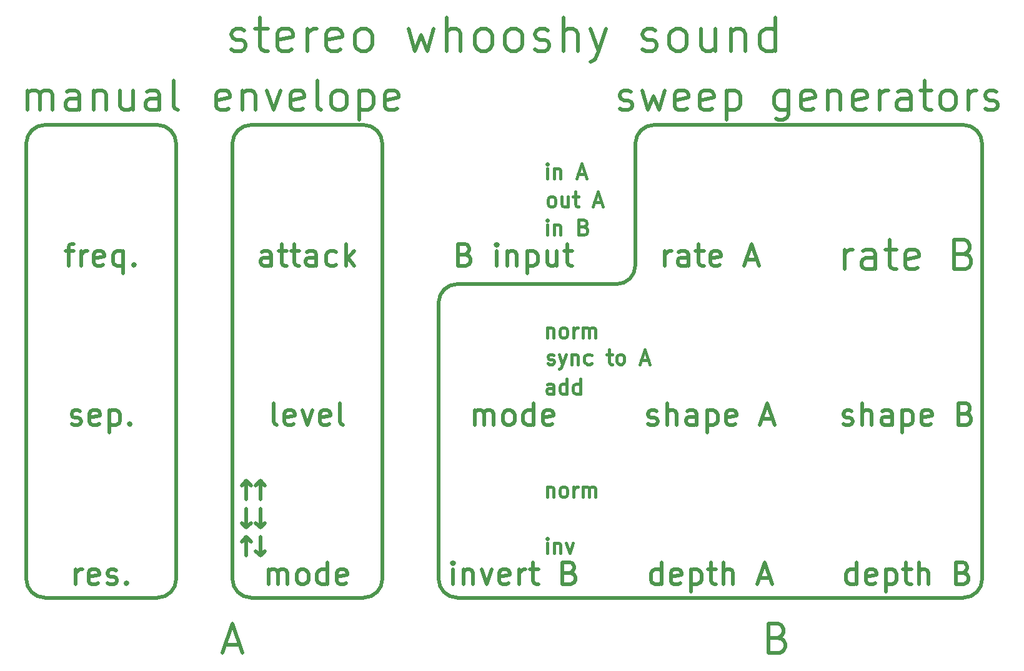
<source format=gto>
G04 #@! TF.GenerationSoftware,KiCad,Pcbnew,5.1.12-84ad8e8a86~92~ubuntu20.04.1*
G04 #@! TF.CreationDate,2021-12-25T09:30:33-05:00*
G04 #@! TF.ProjectId,stereo_whooshy_sound_front_panel,73746572-656f-45f7-9768-6f6f7368795f,0*
G04 #@! TF.SameCoordinates,Original*
G04 #@! TF.FileFunction,Legend,Top*
G04 #@! TF.FilePolarity,Positive*
%FSLAX46Y46*%
G04 Gerber Fmt 4.6, Leading zero omitted, Abs format (unit mm)*
G04 Created by KiCad (PCBNEW 5.1.12-84ad8e8a86~92~ubuntu20.04.1) date 2021-12-25 09:30:33*
%MOMM*%
%LPD*%
G01*
G04 APERTURE LIST*
%ADD10C,0.500000*%
%ADD11C,0.400000*%
%ADD12C,0.800000*%
%ADD13C,6.400000*%
G04 APERTURE END LIST*
D10*
X135255000Y-88265000D02*
G75*
G02*
X132715000Y-90805000I-2540000J0D01*
G01*
X132715000Y-26670000D02*
G75*
G02*
X135255000Y-29210000I0J-2540000D01*
G01*
X88265000Y-29210000D02*
G75*
G02*
X90805000Y-26670000I2540000J0D01*
G01*
X88265000Y-45720000D02*
G75*
G02*
X85725000Y-48260000I-2540000J0D01*
G01*
X61595000Y-50800000D02*
G75*
G02*
X64135000Y-48260000I2540000J0D01*
G01*
X51435000Y-26670000D02*
G75*
G02*
X53975000Y-29210000I0J-2540000D01*
G01*
X64135000Y-90805000D02*
G75*
G02*
X61595000Y-88265000I0J2540000D01*
G01*
X53975000Y-88265000D02*
G75*
G02*
X51435000Y-90805000I-2540000J0D01*
G01*
X36195000Y-90805000D02*
G75*
G02*
X33655000Y-88265000I0J2540000D01*
G01*
X26035000Y-88265000D02*
G75*
G02*
X23495000Y-90805000I-2540000J0D01*
G01*
X8255000Y-90805000D02*
G75*
G02*
X5715000Y-88265000I0J2540000D01*
G01*
X33655000Y-29210000D02*
G75*
G02*
X36195000Y-26670000I2540000J0D01*
G01*
X23495000Y-26670000D02*
G75*
G02*
X26035000Y-29210000I0J-2540000D01*
G01*
X5715000Y-29210000D02*
G75*
G02*
X8255000Y-26670000I2540000J0D01*
G01*
X132715000Y-90805000D02*
X64135000Y-90805000D01*
X135255000Y-29210000D02*
X135255000Y-88265000D01*
X90805000Y-26670000D02*
X132715000Y-26670000D01*
X88265000Y-29210000D02*
X88265000Y-45720000D01*
X64135000Y-48260000D02*
X85725000Y-48260000D01*
X61595000Y-50800000D02*
X61595000Y-88265000D01*
X51435000Y-90805000D02*
X36195000Y-90805000D01*
X23495000Y-90805000D02*
X8255000Y-90805000D01*
X51435000Y-26670000D02*
X36195000Y-26670000D01*
X53975000Y-29210000D02*
X53975000Y-88265000D01*
X33655000Y-29210000D02*
X33655000Y-88265000D01*
X5715000Y-29210000D02*
X5715000Y-88265000D01*
X26035000Y-29210000D02*
X26035000Y-88265000D01*
X23495000Y-26670000D02*
X8255000Y-26670000D01*
X107600714Y-96234285D02*
X108172142Y-96424761D01*
X108362619Y-96615238D01*
X108553095Y-96996190D01*
X108553095Y-97567619D01*
X108362619Y-97948571D01*
X108172142Y-98139047D01*
X107791190Y-98329523D01*
X106267380Y-98329523D01*
X106267380Y-94329523D01*
X107600714Y-94329523D01*
X107981666Y-94520000D01*
X108172142Y-94710476D01*
X108362619Y-95091428D01*
X108362619Y-95472380D01*
X108172142Y-95853333D01*
X107981666Y-96043809D01*
X107600714Y-96234285D01*
X106267380Y-96234285D01*
X32702619Y-97186666D02*
X34607380Y-97186666D01*
X32321666Y-98329523D02*
X33655000Y-94329523D01*
X34988333Y-98329523D01*
D11*
X76776904Y-37734761D02*
X76586428Y-37639523D01*
X76491190Y-37544285D01*
X76395952Y-37353809D01*
X76395952Y-36782380D01*
X76491190Y-36591904D01*
X76586428Y-36496666D01*
X76776904Y-36401428D01*
X77062619Y-36401428D01*
X77253095Y-36496666D01*
X77348333Y-36591904D01*
X77443571Y-36782380D01*
X77443571Y-37353809D01*
X77348333Y-37544285D01*
X77253095Y-37639523D01*
X77062619Y-37734761D01*
X76776904Y-37734761D01*
X79157857Y-36401428D02*
X79157857Y-37734761D01*
X78300714Y-36401428D02*
X78300714Y-37449047D01*
X78395952Y-37639523D01*
X78586428Y-37734761D01*
X78872142Y-37734761D01*
X79062619Y-37639523D01*
X79157857Y-37544285D01*
X79824523Y-36401428D02*
X80586428Y-36401428D01*
X80110238Y-35734761D02*
X80110238Y-37449047D01*
X80205476Y-37639523D01*
X80395952Y-37734761D01*
X80586428Y-37734761D01*
X82681666Y-37163333D02*
X83634047Y-37163333D01*
X82491190Y-37734761D02*
X83157857Y-35734761D01*
X83824523Y-37734761D01*
X76301190Y-33924761D02*
X76301190Y-32591428D01*
X76301190Y-31924761D02*
X76205952Y-32020000D01*
X76301190Y-32115238D01*
X76396428Y-32020000D01*
X76301190Y-31924761D01*
X76301190Y-32115238D01*
X77253571Y-32591428D02*
X77253571Y-33924761D01*
X77253571Y-32781904D02*
X77348809Y-32686666D01*
X77539285Y-32591428D01*
X77825000Y-32591428D01*
X78015476Y-32686666D01*
X78110714Y-32877142D01*
X78110714Y-33924761D01*
X80491666Y-33353333D02*
X81444047Y-33353333D01*
X80301190Y-33924761D02*
X80967857Y-31924761D01*
X81634523Y-33924761D01*
X76301190Y-41544761D02*
X76301190Y-40211428D01*
X76301190Y-39544761D02*
X76205952Y-39640000D01*
X76301190Y-39735238D01*
X76396428Y-39640000D01*
X76301190Y-39544761D01*
X76301190Y-39735238D01*
X77253571Y-40211428D02*
X77253571Y-41544761D01*
X77253571Y-40401904D02*
X77348809Y-40306666D01*
X77539285Y-40211428D01*
X77825000Y-40211428D01*
X78015476Y-40306666D01*
X78110714Y-40497142D01*
X78110714Y-41544761D01*
X81253571Y-40497142D02*
X81539285Y-40592380D01*
X81634523Y-40687619D01*
X81729761Y-40878095D01*
X81729761Y-41163809D01*
X81634523Y-41354285D01*
X81539285Y-41449523D01*
X81348809Y-41544761D01*
X80586904Y-41544761D01*
X80586904Y-39544761D01*
X81253571Y-39544761D01*
X81444047Y-39640000D01*
X81539285Y-39735238D01*
X81634523Y-39925714D01*
X81634523Y-40116190D01*
X81539285Y-40306666D01*
X81444047Y-40401904D01*
X81253571Y-40497142D01*
X80586904Y-40497142D01*
D10*
X65183571Y-44235714D02*
X65612142Y-44378571D01*
X65755000Y-44521428D01*
X65897857Y-44807142D01*
X65897857Y-45235714D01*
X65755000Y-45521428D01*
X65612142Y-45664285D01*
X65326428Y-45807142D01*
X64183571Y-45807142D01*
X64183571Y-42807142D01*
X65183571Y-42807142D01*
X65469285Y-42950000D01*
X65612142Y-43092857D01*
X65755000Y-43378571D01*
X65755000Y-43664285D01*
X65612142Y-43950000D01*
X65469285Y-44092857D01*
X65183571Y-44235714D01*
X64183571Y-44235714D01*
X69469285Y-45807142D02*
X69469285Y-43807142D01*
X69469285Y-42807142D02*
X69326428Y-42950000D01*
X69469285Y-43092857D01*
X69612142Y-42950000D01*
X69469285Y-42807142D01*
X69469285Y-43092857D01*
X70897857Y-43807142D02*
X70897857Y-45807142D01*
X70897857Y-44092857D02*
X71040714Y-43950000D01*
X71326428Y-43807142D01*
X71755000Y-43807142D01*
X72040714Y-43950000D01*
X72183571Y-44235714D01*
X72183571Y-45807142D01*
X73612142Y-43807142D02*
X73612142Y-46807142D01*
X73612142Y-43950000D02*
X73897857Y-43807142D01*
X74469285Y-43807142D01*
X74755000Y-43950000D01*
X74897857Y-44092857D01*
X75040714Y-44378571D01*
X75040714Y-45235714D01*
X74897857Y-45521428D01*
X74755000Y-45664285D01*
X74469285Y-45807142D01*
X73897857Y-45807142D01*
X73612142Y-45664285D01*
X77612142Y-43807142D02*
X77612142Y-45807142D01*
X76326428Y-43807142D02*
X76326428Y-45378571D01*
X76469285Y-45664285D01*
X76755000Y-45807142D01*
X77183571Y-45807142D01*
X77469285Y-45664285D01*
X77612142Y-45521428D01*
X78612142Y-43807142D02*
X79755000Y-43807142D01*
X79040714Y-42807142D02*
X79040714Y-45378571D01*
X79183571Y-45664285D01*
X79469285Y-45807142D01*
X79755000Y-45807142D01*
X33520714Y-16426428D02*
X33949285Y-16640714D01*
X34806428Y-16640714D01*
X35234999Y-16426428D01*
X35449285Y-15997857D01*
X35449285Y-15783571D01*
X35234999Y-15355000D01*
X34806428Y-15140714D01*
X34163571Y-15140714D01*
X33734999Y-14926428D01*
X33520714Y-14497857D01*
X33520714Y-14283571D01*
X33734999Y-13855000D01*
X34163571Y-13640714D01*
X34806428Y-13640714D01*
X35234999Y-13855000D01*
X36734999Y-13640714D02*
X38449285Y-13640714D01*
X37377857Y-12140714D02*
X37377857Y-15997857D01*
X37592142Y-16426428D01*
X38020714Y-16640714D01*
X38449285Y-16640714D01*
X41663571Y-16426428D02*
X41234999Y-16640714D01*
X40377857Y-16640714D01*
X39949285Y-16426428D01*
X39734999Y-15997857D01*
X39734999Y-14283571D01*
X39949285Y-13855000D01*
X40377857Y-13640714D01*
X41234999Y-13640714D01*
X41663571Y-13855000D01*
X41877857Y-14283571D01*
X41877857Y-14712142D01*
X39734999Y-15140714D01*
X43806428Y-16640714D02*
X43806428Y-13640714D01*
X43806428Y-14497857D02*
X44020714Y-14069285D01*
X44234999Y-13855000D01*
X44663571Y-13640714D01*
X45092142Y-13640714D01*
X48306428Y-16426428D02*
X47877857Y-16640714D01*
X47020714Y-16640714D01*
X46592142Y-16426428D01*
X46377857Y-15997857D01*
X46377857Y-14283571D01*
X46592142Y-13855000D01*
X47020714Y-13640714D01*
X47877857Y-13640714D01*
X48306428Y-13855000D01*
X48520714Y-14283571D01*
X48520714Y-14712142D01*
X46377857Y-15140714D01*
X51092142Y-16640714D02*
X50663571Y-16426428D01*
X50449285Y-16212142D01*
X50234999Y-15783571D01*
X50234999Y-14497857D01*
X50449285Y-14069285D01*
X50663571Y-13855000D01*
X51092142Y-13640714D01*
X51734999Y-13640714D01*
X52163571Y-13855000D01*
X52377857Y-14069285D01*
X52592142Y-14497857D01*
X52592142Y-15783571D01*
X52377857Y-16212142D01*
X52163571Y-16426428D01*
X51734999Y-16640714D01*
X51092142Y-16640714D01*
X57520714Y-13640714D02*
X58377857Y-16640714D01*
X59234999Y-14497857D01*
X60092142Y-16640714D01*
X60949285Y-13640714D01*
X62663571Y-16640714D02*
X62663571Y-12140714D01*
X64592142Y-16640714D02*
X64592142Y-14283571D01*
X64377857Y-13855000D01*
X63949285Y-13640714D01*
X63306428Y-13640714D01*
X62877857Y-13855000D01*
X62663571Y-14069285D01*
X67377857Y-16640714D02*
X66949285Y-16426428D01*
X66734999Y-16212142D01*
X66520714Y-15783571D01*
X66520714Y-14497857D01*
X66734999Y-14069285D01*
X66949285Y-13855000D01*
X67377857Y-13640714D01*
X68020714Y-13640714D01*
X68449285Y-13855000D01*
X68663571Y-14069285D01*
X68877857Y-14497857D01*
X68877857Y-15783571D01*
X68663571Y-16212142D01*
X68449285Y-16426428D01*
X68020714Y-16640714D01*
X67377857Y-16640714D01*
X71449285Y-16640714D02*
X71020714Y-16426428D01*
X70806428Y-16212142D01*
X70592142Y-15783571D01*
X70592142Y-14497857D01*
X70806428Y-14069285D01*
X71020714Y-13855000D01*
X71449285Y-13640714D01*
X72092142Y-13640714D01*
X72520714Y-13855000D01*
X72734999Y-14069285D01*
X72949285Y-14497857D01*
X72949285Y-15783571D01*
X72734999Y-16212142D01*
X72520714Y-16426428D01*
X72092142Y-16640714D01*
X71449285Y-16640714D01*
X74663571Y-16426428D02*
X75092142Y-16640714D01*
X75949285Y-16640714D01*
X76377857Y-16426428D01*
X76592142Y-15997857D01*
X76592142Y-15783571D01*
X76377857Y-15355000D01*
X75949285Y-15140714D01*
X75306428Y-15140714D01*
X74877857Y-14926428D01*
X74663571Y-14497857D01*
X74663571Y-14283571D01*
X74877857Y-13855000D01*
X75306428Y-13640714D01*
X75949285Y-13640714D01*
X76377857Y-13855000D01*
X78520714Y-16640714D02*
X78520714Y-12140714D01*
X80449285Y-16640714D02*
X80449285Y-14283571D01*
X80234999Y-13855000D01*
X79806428Y-13640714D01*
X79163571Y-13640714D01*
X78734999Y-13855000D01*
X78520714Y-14069285D01*
X82163571Y-13640714D02*
X83234999Y-16640714D01*
X84306428Y-13640714D02*
X83234999Y-16640714D01*
X82806428Y-17712142D01*
X82592142Y-17926428D01*
X82163571Y-18140714D01*
X89234999Y-16426428D02*
X89663571Y-16640714D01*
X90520714Y-16640714D01*
X90949285Y-16426428D01*
X91163571Y-15997857D01*
X91163571Y-15783571D01*
X90949285Y-15355000D01*
X90520714Y-15140714D01*
X89877857Y-15140714D01*
X89449285Y-14926428D01*
X89234999Y-14497857D01*
X89234999Y-14283571D01*
X89449285Y-13855000D01*
X89877857Y-13640714D01*
X90520714Y-13640714D01*
X90949285Y-13855000D01*
X93734999Y-16640714D02*
X93306428Y-16426428D01*
X93092142Y-16212142D01*
X92877857Y-15783571D01*
X92877857Y-14497857D01*
X93092142Y-14069285D01*
X93306428Y-13855000D01*
X93734999Y-13640714D01*
X94377857Y-13640714D01*
X94806428Y-13855000D01*
X95020714Y-14069285D01*
X95234999Y-14497857D01*
X95234999Y-15783571D01*
X95020714Y-16212142D01*
X94806428Y-16426428D01*
X94377857Y-16640714D01*
X93734999Y-16640714D01*
X99092142Y-13640714D02*
X99092142Y-16640714D01*
X97163571Y-13640714D02*
X97163571Y-15997857D01*
X97377857Y-16426428D01*
X97806428Y-16640714D01*
X98449285Y-16640714D01*
X98877857Y-16426428D01*
X99092142Y-16212142D01*
X101234999Y-13640714D02*
X101234999Y-16640714D01*
X101234999Y-14069285D02*
X101449285Y-13855000D01*
X101877857Y-13640714D01*
X102520714Y-13640714D01*
X102949285Y-13855000D01*
X103163571Y-14283571D01*
X103163571Y-16640714D01*
X107234999Y-16640714D02*
X107234999Y-12140714D01*
X107234999Y-16426428D02*
X106806428Y-16640714D01*
X105949285Y-16640714D01*
X105520714Y-16426428D01*
X105306428Y-16212142D01*
X105092142Y-15783571D01*
X105092142Y-14497857D01*
X105306428Y-14069285D01*
X105520714Y-13855000D01*
X105949285Y-13640714D01*
X106806428Y-13640714D01*
X107234999Y-13855000D01*
X86140952Y-24479047D02*
X86521904Y-24669523D01*
X87283809Y-24669523D01*
X87664761Y-24479047D01*
X87855238Y-24098095D01*
X87855238Y-23907619D01*
X87664761Y-23526666D01*
X87283809Y-23336190D01*
X86712380Y-23336190D01*
X86331428Y-23145714D01*
X86140952Y-22764761D01*
X86140952Y-22574285D01*
X86331428Y-22193333D01*
X86712380Y-22002857D01*
X87283809Y-22002857D01*
X87664761Y-22193333D01*
X89188571Y-22002857D02*
X89950476Y-24669523D01*
X90712380Y-22764761D01*
X91474285Y-24669523D01*
X92236190Y-22002857D01*
X95283809Y-24479047D02*
X94902857Y-24669523D01*
X94140952Y-24669523D01*
X93760000Y-24479047D01*
X93569523Y-24098095D01*
X93569523Y-22574285D01*
X93760000Y-22193333D01*
X94140952Y-22002857D01*
X94902857Y-22002857D01*
X95283809Y-22193333D01*
X95474285Y-22574285D01*
X95474285Y-22955238D01*
X93569523Y-23336190D01*
X98712380Y-24479047D02*
X98331428Y-24669523D01*
X97569523Y-24669523D01*
X97188571Y-24479047D01*
X96998095Y-24098095D01*
X96998095Y-22574285D01*
X97188571Y-22193333D01*
X97569523Y-22002857D01*
X98331428Y-22002857D01*
X98712380Y-22193333D01*
X98902857Y-22574285D01*
X98902857Y-22955238D01*
X96998095Y-23336190D01*
X100617142Y-22002857D02*
X100617142Y-26002857D01*
X100617142Y-22193333D02*
X100998095Y-22002857D01*
X101759999Y-22002857D01*
X102140952Y-22193333D01*
X102331428Y-22383809D01*
X102521904Y-22764761D01*
X102521904Y-23907619D01*
X102331428Y-24288571D01*
X102140952Y-24479047D01*
X101759999Y-24669523D01*
X100998095Y-24669523D01*
X100617142Y-24479047D01*
X108998095Y-22002857D02*
X108998095Y-25240952D01*
X108807619Y-25621904D01*
X108617142Y-25812380D01*
X108236190Y-26002857D01*
X107664761Y-26002857D01*
X107283809Y-25812380D01*
X108998095Y-24479047D02*
X108617142Y-24669523D01*
X107855238Y-24669523D01*
X107474285Y-24479047D01*
X107283809Y-24288571D01*
X107093333Y-23907619D01*
X107093333Y-22764761D01*
X107283809Y-22383809D01*
X107474285Y-22193333D01*
X107855238Y-22002857D01*
X108617142Y-22002857D01*
X108998095Y-22193333D01*
X112426666Y-24479047D02*
X112045714Y-24669523D01*
X111283809Y-24669523D01*
X110902857Y-24479047D01*
X110712380Y-24098095D01*
X110712380Y-22574285D01*
X110902857Y-22193333D01*
X111283809Y-22002857D01*
X112045714Y-22002857D01*
X112426666Y-22193333D01*
X112617142Y-22574285D01*
X112617142Y-22955238D01*
X110712380Y-23336190D01*
X114331428Y-22002857D02*
X114331428Y-24669523D01*
X114331428Y-22383809D02*
X114521904Y-22193333D01*
X114902857Y-22002857D01*
X115474285Y-22002857D01*
X115855238Y-22193333D01*
X116045714Y-22574285D01*
X116045714Y-24669523D01*
X119474285Y-24479047D02*
X119093333Y-24669523D01*
X118331428Y-24669523D01*
X117950476Y-24479047D01*
X117760000Y-24098095D01*
X117760000Y-22574285D01*
X117950476Y-22193333D01*
X118331428Y-22002857D01*
X119093333Y-22002857D01*
X119474285Y-22193333D01*
X119664761Y-22574285D01*
X119664761Y-22955238D01*
X117760000Y-23336190D01*
X121379047Y-24669523D02*
X121379047Y-22002857D01*
X121379047Y-22764761D02*
X121569523Y-22383809D01*
X121760000Y-22193333D01*
X122140952Y-22002857D01*
X122521904Y-22002857D01*
X125569523Y-24669523D02*
X125569523Y-22574285D01*
X125379047Y-22193333D01*
X124998095Y-22002857D01*
X124236190Y-22002857D01*
X123855238Y-22193333D01*
X125569523Y-24479047D02*
X125188571Y-24669523D01*
X124236190Y-24669523D01*
X123855238Y-24479047D01*
X123664761Y-24098095D01*
X123664761Y-23717142D01*
X123855238Y-23336190D01*
X124236190Y-23145714D01*
X125188571Y-23145714D01*
X125569523Y-22955238D01*
X126902857Y-22002857D02*
X128426666Y-22002857D01*
X127474285Y-20669523D02*
X127474285Y-24098095D01*
X127664761Y-24479047D01*
X128045714Y-24669523D01*
X128426666Y-24669523D01*
X130331428Y-24669523D02*
X129950476Y-24479047D01*
X129760000Y-24288571D01*
X129569523Y-23907619D01*
X129569523Y-22764761D01*
X129760000Y-22383809D01*
X129950476Y-22193333D01*
X130331428Y-22002857D01*
X130902857Y-22002857D01*
X131283809Y-22193333D01*
X131474285Y-22383809D01*
X131664761Y-22764761D01*
X131664761Y-23907619D01*
X131474285Y-24288571D01*
X131283809Y-24479047D01*
X130902857Y-24669523D01*
X130331428Y-24669523D01*
X133379047Y-24669523D02*
X133379047Y-22002857D01*
X133379047Y-22764761D02*
X133569523Y-22383809D01*
X133760000Y-22193333D01*
X134140952Y-22002857D01*
X134521904Y-22002857D01*
X135664761Y-24479047D02*
X136045714Y-24669523D01*
X136807619Y-24669523D01*
X137188571Y-24479047D01*
X137379047Y-24098095D01*
X137379047Y-23907619D01*
X137188571Y-23526666D01*
X136807619Y-23336190D01*
X136236190Y-23336190D01*
X135855238Y-23145714D01*
X135664761Y-22764761D01*
X135664761Y-22574285D01*
X135855238Y-22193333D01*
X136236190Y-22002857D01*
X136807619Y-22002857D01*
X137188571Y-22193333D01*
X33148333Y-24479047D02*
X32767380Y-24669523D01*
X32005476Y-24669523D01*
X31624523Y-24479047D01*
X31434047Y-24098095D01*
X31434047Y-22574285D01*
X31624523Y-22193333D01*
X32005476Y-22002857D01*
X32767380Y-22002857D01*
X33148333Y-22193333D01*
X33338809Y-22574285D01*
X33338809Y-22955238D01*
X31434047Y-23336190D01*
X35053095Y-22002857D02*
X35053095Y-24669523D01*
X35053095Y-22383809D02*
X35243571Y-22193333D01*
X35624523Y-22002857D01*
X36195952Y-22002857D01*
X36576904Y-22193333D01*
X36767380Y-22574285D01*
X36767380Y-24669523D01*
X38291190Y-22002857D02*
X39243571Y-24669523D01*
X40195952Y-22002857D01*
X43243571Y-24479047D02*
X42862619Y-24669523D01*
X42100714Y-24669523D01*
X41719761Y-24479047D01*
X41529285Y-24098095D01*
X41529285Y-22574285D01*
X41719761Y-22193333D01*
X42100714Y-22002857D01*
X42862619Y-22002857D01*
X43243571Y-22193333D01*
X43434047Y-22574285D01*
X43434047Y-22955238D01*
X41529285Y-23336190D01*
X45719761Y-24669523D02*
X45338809Y-24479047D01*
X45148333Y-24098095D01*
X45148333Y-20669523D01*
X47815000Y-24669523D02*
X47434047Y-24479047D01*
X47243571Y-24288571D01*
X47053095Y-23907619D01*
X47053095Y-22764761D01*
X47243571Y-22383809D01*
X47434047Y-22193333D01*
X47815000Y-22002857D01*
X48386428Y-22002857D01*
X48767380Y-22193333D01*
X48957857Y-22383809D01*
X49148333Y-22764761D01*
X49148333Y-23907619D01*
X48957857Y-24288571D01*
X48767380Y-24479047D01*
X48386428Y-24669523D01*
X47815000Y-24669523D01*
X50862619Y-22002857D02*
X50862619Y-26002857D01*
X50862619Y-22193333D02*
X51243571Y-22002857D01*
X52005476Y-22002857D01*
X52386428Y-22193333D01*
X52576904Y-22383809D01*
X52767380Y-22764761D01*
X52767380Y-23907619D01*
X52576904Y-24288571D01*
X52386428Y-24479047D01*
X52005476Y-24669523D01*
X51243571Y-24669523D01*
X50862619Y-24479047D01*
X56005476Y-24479047D02*
X55624523Y-24669523D01*
X54862619Y-24669523D01*
X54481666Y-24479047D01*
X54291190Y-24098095D01*
X54291190Y-22574285D01*
X54481666Y-22193333D01*
X54862619Y-22002857D01*
X55624523Y-22002857D01*
X56005476Y-22193333D01*
X56195952Y-22574285D01*
X56195952Y-22955238D01*
X54291190Y-23336190D01*
X5875000Y-24669523D02*
X5875000Y-22002857D01*
X5875000Y-22383809D02*
X6065476Y-22193333D01*
X6446428Y-22002857D01*
X7017857Y-22002857D01*
X7398809Y-22193333D01*
X7589285Y-22574285D01*
X7589285Y-24669523D01*
X7589285Y-22574285D02*
X7779761Y-22193333D01*
X8160714Y-22002857D01*
X8732142Y-22002857D01*
X9113095Y-22193333D01*
X9303571Y-22574285D01*
X9303571Y-24669523D01*
X12922619Y-24669523D02*
X12922619Y-22574285D01*
X12732142Y-22193333D01*
X12351190Y-22002857D01*
X11589285Y-22002857D01*
X11208333Y-22193333D01*
X12922619Y-24479047D02*
X12541666Y-24669523D01*
X11589285Y-24669523D01*
X11208333Y-24479047D01*
X11017857Y-24098095D01*
X11017857Y-23717142D01*
X11208333Y-23336190D01*
X11589285Y-23145714D01*
X12541666Y-23145714D01*
X12922619Y-22955238D01*
X14827380Y-22002857D02*
X14827380Y-24669523D01*
X14827380Y-22383809D02*
X15017857Y-22193333D01*
X15398809Y-22002857D01*
X15970238Y-22002857D01*
X16351190Y-22193333D01*
X16541666Y-22574285D01*
X16541666Y-24669523D01*
X20160714Y-22002857D02*
X20160714Y-24669523D01*
X18446428Y-22002857D02*
X18446428Y-24098095D01*
X18636904Y-24479047D01*
X19017857Y-24669523D01*
X19589285Y-24669523D01*
X19970238Y-24479047D01*
X20160714Y-24288571D01*
X23779761Y-24669523D02*
X23779761Y-22574285D01*
X23589285Y-22193333D01*
X23208333Y-22002857D01*
X22446428Y-22002857D01*
X22065476Y-22193333D01*
X23779761Y-24479047D02*
X23398809Y-24669523D01*
X22446428Y-24669523D01*
X22065476Y-24479047D01*
X21875000Y-24098095D01*
X21875000Y-23717142D01*
X22065476Y-23336190D01*
X22446428Y-23145714D01*
X23398809Y-23145714D01*
X23779761Y-22955238D01*
X26255952Y-24669523D02*
X25875000Y-24479047D01*
X25684523Y-24098095D01*
X25684523Y-20669523D01*
X37465000Y-85090000D02*
X38100000Y-84455000D01*
X37465000Y-82550000D02*
X37465000Y-85090000D01*
X35560000Y-82550000D02*
X34925000Y-83185000D01*
X37465000Y-85090000D02*
X36830000Y-84455000D01*
X35560000Y-82550000D02*
X36195000Y-83185000D01*
X35560000Y-85090000D02*
X35560000Y-82550000D01*
X35560000Y-81280000D02*
X36195000Y-80645000D01*
X35560000Y-78740000D02*
X35560000Y-81280000D01*
X37465000Y-81280000D02*
X38100000Y-80645000D01*
X35560000Y-81280000D02*
X34925000Y-80645000D01*
X37465000Y-81280000D02*
X36830000Y-80645000D01*
X37465000Y-78740000D02*
X37465000Y-81280000D01*
X35560000Y-74930000D02*
X34925000Y-75565000D01*
X35560000Y-77470000D02*
X35560000Y-74930000D01*
X35560000Y-74930000D02*
X36195000Y-75565000D01*
X37465000Y-74930000D02*
X38100000Y-75565000D01*
X37465000Y-74930000D02*
X36830000Y-75565000D01*
X37465000Y-77470000D02*
X37465000Y-74930000D01*
X12446428Y-88987142D02*
X12446428Y-86987142D01*
X12446428Y-87558571D02*
X12589285Y-87272857D01*
X12732142Y-87130000D01*
X13017857Y-86987142D01*
X13303571Y-86987142D01*
X15446428Y-88844285D02*
X15160714Y-88987142D01*
X14589285Y-88987142D01*
X14303571Y-88844285D01*
X14160714Y-88558571D01*
X14160714Y-87415714D01*
X14303571Y-87130000D01*
X14589285Y-86987142D01*
X15160714Y-86987142D01*
X15446428Y-87130000D01*
X15589285Y-87415714D01*
X15589285Y-87701428D01*
X14160714Y-87987142D01*
X16732142Y-88844285D02*
X17017857Y-88987142D01*
X17589285Y-88987142D01*
X17875000Y-88844285D01*
X18017857Y-88558571D01*
X18017857Y-88415714D01*
X17875000Y-88130000D01*
X17589285Y-87987142D01*
X17160714Y-87987142D01*
X16875000Y-87844285D01*
X16732142Y-87558571D01*
X16732142Y-87415714D01*
X16875000Y-87130000D01*
X17160714Y-86987142D01*
X17589285Y-86987142D01*
X17875000Y-87130000D01*
X19303571Y-88701428D02*
X19446428Y-88844285D01*
X19303571Y-88987142D01*
X19160714Y-88844285D01*
X19303571Y-88701428D01*
X19303571Y-88987142D01*
X11875000Y-67254285D02*
X12160714Y-67397142D01*
X12732142Y-67397142D01*
X13017857Y-67254285D01*
X13160714Y-66968571D01*
X13160714Y-66825714D01*
X13017857Y-66540000D01*
X12732142Y-66397142D01*
X12303571Y-66397142D01*
X12017857Y-66254285D01*
X11875000Y-65968571D01*
X11875000Y-65825714D01*
X12017857Y-65540000D01*
X12303571Y-65397142D01*
X12732142Y-65397142D01*
X13017857Y-65540000D01*
X15589285Y-67254285D02*
X15303571Y-67397142D01*
X14732142Y-67397142D01*
X14446428Y-67254285D01*
X14303571Y-66968571D01*
X14303571Y-65825714D01*
X14446428Y-65540000D01*
X14732142Y-65397142D01*
X15303571Y-65397142D01*
X15589285Y-65540000D01*
X15732142Y-65825714D01*
X15732142Y-66111428D01*
X14303571Y-66397142D01*
X17017857Y-65397142D02*
X17017857Y-68397142D01*
X17017857Y-65540000D02*
X17303571Y-65397142D01*
X17875000Y-65397142D01*
X18160714Y-65540000D01*
X18303571Y-65682857D01*
X18446428Y-65968571D01*
X18446428Y-66825714D01*
X18303571Y-67111428D01*
X18160714Y-67254285D01*
X17875000Y-67397142D01*
X17303571Y-67397142D01*
X17017857Y-67254285D01*
X19732142Y-67111428D02*
X19875000Y-67254285D01*
X19732142Y-67397142D01*
X19589285Y-67254285D01*
X19732142Y-67111428D01*
X19732142Y-67397142D01*
X11017857Y-43807142D02*
X12160714Y-43807142D01*
X11446428Y-45807142D02*
X11446428Y-43235714D01*
X11589285Y-42950000D01*
X11875000Y-42807142D01*
X12160714Y-42807142D01*
X13160714Y-45807142D02*
X13160714Y-43807142D01*
X13160714Y-44378571D02*
X13303571Y-44092857D01*
X13446428Y-43950000D01*
X13732142Y-43807142D01*
X14017857Y-43807142D01*
X16160714Y-45664285D02*
X15875000Y-45807142D01*
X15303571Y-45807142D01*
X15017857Y-45664285D01*
X14875000Y-45378571D01*
X14875000Y-44235714D01*
X15017857Y-43950000D01*
X15303571Y-43807142D01*
X15875000Y-43807142D01*
X16160714Y-43950000D01*
X16303571Y-44235714D01*
X16303571Y-44521428D01*
X14875000Y-44807142D01*
X18875000Y-43807142D02*
X18875000Y-46807142D01*
X18875000Y-45664285D02*
X18589285Y-45807142D01*
X18017857Y-45807142D01*
X17732142Y-45664285D01*
X17589285Y-45521428D01*
X17446428Y-45235714D01*
X17446428Y-44378571D01*
X17589285Y-44092857D01*
X17732142Y-43950000D01*
X18017857Y-43807142D01*
X18589285Y-43807142D01*
X18875000Y-43950000D01*
X20303571Y-45521428D02*
X20446428Y-45664285D01*
X20303571Y-45807142D01*
X20160714Y-45664285D01*
X20303571Y-45521428D01*
X20303571Y-45807142D01*
X38529285Y-88987142D02*
X38529285Y-86987142D01*
X38529285Y-87272857D02*
X38672142Y-87130000D01*
X38957857Y-86987142D01*
X39386428Y-86987142D01*
X39672142Y-87130000D01*
X39815000Y-87415714D01*
X39815000Y-88987142D01*
X39815000Y-87415714D02*
X39957857Y-87130000D01*
X40243571Y-86987142D01*
X40672142Y-86987142D01*
X40957857Y-87130000D01*
X41100714Y-87415714D01*
X41100714Y-88987142D01*
X42957857Y-88987142D02*
X42672142Y-88844285D01*
X42529285Y-88701428D01*
X42386428Y-88415714D01*
X42386428Y-87558571D01*
X42529285Y-87272857D01*
X42672142Y-87130000D01*
X42957857Y-86987142D01*
X43386428Y-86987142D01*
X43672142Y-87130000D01*
X43815000Y-87272857D01*
X43957857Y-87558571D01*
X43957857Y-88415714D01*
X43815000Y-88701428D01*
X43672142Y-88844285D01*
X43386428Y-88987142D01*
X42957857Y-88987142D01*
X46529285Y-88987142D02*
X46529285Y-85987142D01*
X46529285Y-88844285D02*
X46243571Y-88987142D01*
X45672142Y-88987142D01*
X45386428Y-88844285D01*
X45243571Y-88701428D01*
X45100714Y-88415714D01*
X45100714Y-87558571D01*
X45243571Y-87272857D01*
X45386428Y-87130000D01*
X45672142Y-86987142D01*
X46243571Y-86987142D01*
X46529285Y-87130000D01*
X49100714Y-88844285D02*
X48815000Y-88987142D01*
X48243571Y-88987142D01*
X47957857Y-88844285D01*
X47815000Y-88558571D01*
X47815000Y-87415714D01*
X47957857Y-87130000D01*
X48243571Y-86987142D01*
X48815000Y-86987142D01*
X49100714Y-87130000D01*
X49243571Y-87415714D01*
X49243571Y-87701428D01*
X47815000Y-87987142D01*
X39672142Y-67397142D02*
X39386428Y-67254285D01*
X39243571Y-66968571D01*
X39243571Y-64397142D01*
X41957857Y-67254285D02*
X41672142Y-67397142D01*
X41100714Y-67397142D01*
X40815000Y-67254285D01*
X40672142Y-66968571D01*
X40672142Y-65825714D01*
X40815000Y-65540000D01*
X41100714Y-65397142D01*
X41672142Y-65397142D01*
X41957857Y-65540000D01*
X42100714Y-65825714D01*
X42100714Y-66111428D01*
X40672142Y-66397142D01*
X43100714Y-65397142D02*
X43815000Y-67397142D01*
X44529285Y-65397142D01*
X46815000Y-67254285D02*
X46529285Y-67397142D01*
X45957857Y-67397142D01*
X45672142Y-67254285D01*
X45529285Y-66968571D01*
X45529285Y-65825714D01*
X45672142Y-65540000D01*
X45957857Y-65397142D01*
X46529285Y-65397142D01*
X46815000Y-65540000D01*
X46957857Y-65825714D01*
X46957857Y-66111428D01*
X45529285Y-66397142D01*
X48672142Y-67397142D02*
X48386428Y-67254285D01*
X48243571Y-66968571D01*
X48243571Y-64397142D01*
X38886428Y-45807142D02*
X38886428Y-44235714D01*
X38743571Y-43950000D01*
X38457857Y-43807142D01*
X37886428Y-43807142D01*
X37600714Y-43950000D01*
X38886428Y-45664285D02*
X38600714Y-45807142D01*
X37886428Y-45807142D01*
X37600714Y-45664285D01*
X37457857Y-45378571D01*
X37457857Y-45092857D01*
X37600714Y-44807142D01*
X37886428Y-44664285D01*
X38600714Y-44664285D01*
X38886428Y-44521428D01*
X39886428Y-43807142D02*
X41029285Y-43807142D01*
X40315000Y-42807142D02*
X40315000Y-45378571D01*
X40457857Y-45664285D01*
X40743571Y-45807142D01*
X41029285Y-45807142D01*
X41600714Y-43807142D02*
X42743571Y-43807142D01*
X42029285Y-42807142D02*
X42029285Y-45378571D01*
X42172142Y-45664285D01*
X42457857Y-45807142D01*
X42743571Y-45807142D01*
X45029285Y-45807142D02*
X45029285Y-44235714D01*
X44886428Y-43950000D01*
X44600714Y-43807142D01*
X44029285Y-43807142D01*
X43743571Y-43950000D01*
X45029285Y-45664285D02*
X44743571Y-45807142D01*
X44029285Y-45807142D01*
X43743571Y-45664285D01*
X43600714Y-45378571D01*
X43600714Y-45092857D01*
X43743571Y-44807142D01*
X44029285Y-44664285D01*
X44743571Y-44664285D01*
X45029285Y-44521428D01*
X47743571Y-45664285D02*
X47457857Y-45807142D01*
X46886428Y-45807142D01*
X46600714Y-45664285D01*
X46457857Y-45521428D01*
X46315000Y-45235714D01*
X46315000Y-44378571D01*
X46457857Y-44092857D01*
X46600714Y-43950000D01*
X46886428Y-43807142D01*
X47457857Y-43807142D01*
X47743571Y-43950000D01*
X49029285Y-45807142D02*
X49029285Y-42807142D01*
X49315000Y-44664285D02*
X50172142Y-45807142D01*
X50172142Y-43807142D02*
X49029285Y-44950000D01*
X118237857Y-88987142D02*
X118237857Y-85987142D01*
X118237857Y-88844285D02*
X117952142Y-88987142D01*
X117380714Y-88987142D01*
X117095000Y-88844285D01*
X116952142Y-88701428D01*
X116809285Y-88415714D01*
X116809285Y-87558571D01*
X116952142Y-87272857D01*
X117095000Y-87130000D01*
X117380714Y-86987142D01*
X117952142Y-86987142D01*
X118237857Y-87130000D01*
X120809285Y-88844285D02*
X120523571Y-88987142D01*
X119952142Y-88987142D01*
X119666428Y-88844285D01*
X119523571Y-88558571D01*
X119523571Y-87415714D01*
X119666428Y-87130000D01*
X119952142Y-86987142D01*
X120523571Y-86987142D01*
X120809285Y-87130000D01*
X120952142Y-87415714D01*
X120952142Y-87701428D01*
X119523571Y-87987142D01*
X122237857Y-86987142D02*
X122237857Y-89987142D01*
X122237857Y-87130000D02*
X122523571Y-86987142D01*
X123095000Y-86987142D01*
X123380714Y-87130000D01*
X123523571Y-87272857D01*
X123666428Y-87558571D01*
X123666428Y-88415714D01*
X123523571Y-88701428D01*
X123380714Y-88844285D01*
X123095000Y-88987142D01*
X122523571Y-88987142D01*
X122237857Y-88844285D01*
X124523571Y-86987142D02*
X125666428Y-86987142D01*
X124952142Y-85987142D02*
X124952142Y-88558571D01*
X125095000Y-88844285D01*
X125380714Y-88987142D01*
X125666428Y-88987142D01*
X126666428Y-88987142D02*
X126666428Y-85987142D01*
X127952142Y-88987142D02*
X127952142Y-87415714D01*
X127809285Y-87130000D01*
X127523571Y-86987142D01*
X127095000Y-86987142D01*
X126809285Y-87130000D01*
X126666428Y-87272857D01*
X132666428Y-87415714D02*
X133095000Y-87558571D01*
X133237857Y-87701428D01*
X133380714Y-87987142D01*
X133380714Y-88415714D01*
X133237857Y-88701428D01*
X133095000Y-88844285D01*
X132809285Y-88987142D01*
X131666428Y-88987142D01*
X131666428Y-85987142D01*
X132666428Y-85987142D01*
X132952142Y-86130000D01*
X133095000Y-86272857D01*
X133237857Y-86558571D01*
X133237857Y-86844285D01*
X133095000Y-87130000D01*
X132952142Y-87272857D01*
X132666428Y-87415714D01*
X131666428Y-87415714D01*
X91782142Y-88987142D02*
X91782142Y-85987142D01*
X91782142Y-88844285D02*
X91496428Y-88987142D01*
X90925000Y-88987142D01*
X90639285Y-88844285D01*
X90496428Y-88701428D01*
X90353571Y-88415714D01*
X90353571Y-87558571D01*
X90496428Y-87272857D01*
X90639285Y-87130000D01*
X90925000Y-86987142D01*
X91496428Y-86987142D01*
X91782142Y-87130000D01*
X94353571Y-88844285D02*
X94067857Y-88987142D01*
X93496428Y-88987142D01*
X93210714Y-88844285D01*
X93067857Y-88558571D01*
X93067857Y-87415714D01*
X93210714Y-87130000D01*
X93496428Y-86987142D01*
X94067857Y-86987142D01*
X94353571Y-87130000D01*
X94496428Y-87415714D01*
X94496428Y-87701428D01*
X93067857Y-87987142D01*
X95782142Y-86987142D02*
X95782142Y-89987142D01*
X95782142Y-87130000D02*
X96067857Y-86987142D01*
X96639285Y-86987142D01*
X96925000Y-87130000D01*
X97067857Y-87272857D01*
X97210714Y-87558571D01*
X97210714Y-88415714D01*
X97067857Y-88701428D01*
X96925000Y-88844285D01*
X96639285Y-88987142D01*
X96067857Y-88987142D01*
X95782142Y-88844285D01*
X98067857Y-86987142D02*
X99210714Y-86987142D01*
X98496428Y-85987142D02*
X98496428Y-88558571D01*
X98639285Y-88844285D01*
X98925000Y-88987142D01*
X99210714Y-88987142D01*
X100210714Y-88987142D02*
X100210714Y-85987142D01*
X101496428Y-88987142D02*
X101496428Y-87415714D01*
X101353571Y-87130000D01*
X101067857Y-86987142D01*
X100639285Y-86987142D01*
X100353571Y-87130000D01*
X100210714Y-87272857D01*
X105067857Y-88130000D02*
X106496428Y-88130000D01*
X104782142Y-88987142D02*
X105782142Y-85987142D01*
X106782142Y-88987142D01*
X116618809Y-46259523D02*
X116618809Y-43592857D01*
X116618809Y-44354761D02*
X116809285Y-43973809D01*
X116999761Y-43783333D01*
X117380714Y-43592857D01*
X117761666Y-43592857D01*
X120809285Y-46259523D02*
X120809285Y-44164285D01*
X120618809Y-43783333D01*
X120237857Y-43592857D01*
X119475952Y-43592857D01*
X119095000Y-43783333D01*
X120809285Y-46069047D02*
X120428333Y-46259523D01*
X119475952Y-46259523D01*
X119095000Y-46069047D01*
X118904523Y-45688095D01*
X118904523Y-45307142D01*
X119095000Y-44926190D01*
X119475952Y-44735714D01*
X120428333Y-44735714D01*
X120809285Y-44545238D01*
X122142619Y-43592857D02*
X123666428Y-43592857D01*
X122714047Y-42259523D02*
X122714047Y-45688095D01*
X122904523Y-46069047D01*
X123285476Y-46259523D01*
X123666428Y-46259523D01*
X126523571Y-46069047D02*
X126142619Y-46259523D01*
X125380714Y-46259523D01*
X124999761Y-46069047D01*
X124809285Y-45688095D01*
X124809285Y-44164285D01*
X124999761Y-43783333D01*
X125380714Y-43592857D01*
X126142619Y-43592857D01*
X126523571Y-43783333D01*
X126714047Y-44164285D01*
X126714047Y-44545238D01*
X124809285Y-44926190D01*
X132809285Y-44164285D02*
X133380714Y-44354761D01*
X133571190Y-44545238D01*
X133761666Y-44926190D01*
X133761666Y-45497619D01*
X133571190Y-45878571D01*
X133380714Y-46069047D01*
X132999761Y-46259523D01*
X131475952Y-46259523D01*
X131475952Y-42259523D01*
X132809285Y-42259523D01*
X133190238Y-42450000D01*
X133380714Y-42640476D01*
X133571190Y-43021428D01*
X133571190Y-43402380D01*
X133380714Y-43783333D01*
X133190238Y-43973809D01*
X132809285Y-44164285D01*
X131475952Y-44164285D01*
X92282142Y-45807142D02*
X92282142Y-43807142D01*
X92282142Y-44378571D02*
X92425000Y-44092857D01*
X92567857Y-43950000D01*
X92853571Y-43807142D01*
X93139285Y-43807142D01*
X95425000Y-45807142D02*
X95425000Y-44235714D01*
X95282142Y-43950000D01*
X94996428Y-43807142D01*
X94425000Y-43807142D01*
X94139285Y-43950000D01*
X95425000Y-45664285D02*
X95139285Y-45807142D01*
X94425000Y-45807142D01*
X94139285Y-45664285D01*
X93996428Y-45378571D01*
X93996428Y-45092857D01*
X94139285Y-44807142D01*
X94425000Y-44664285D01*
X95139285Y-44664285D01*
X95425000Y-44521428D01*
X96425000Y-43807142D02*
X97567857Y-43807142D01*
X96853571Y-42807142D02*
X96853571Y-45378571D01*
X96996428Y-45664285D01*
X97282142Y-45807142D01*
X97567857Y-45807142D01*
X99710714Y-45664285D02*
X99425000Y-45807142D01*
X98853571Y-45807142D01*
X98567857Y-45664285D01*
X98425000Y-45378571D01*
X98425000Y-44235714D01*
X98567857Y-43950000D01*
X98853571Y-43807142D01*
X99425000Y-43807142D01*
X99710714Y-43950000D01*
X99853571Y-44235714D01*
X99853571Y-44521428D01*
X98425000Y-44807142D01*
X103282142Y-44950000D02*
X104710714Y-44950000D01*
X102996428Y-45807142D02*
X103996428Y-42807142D01*
X104996428Y-45807142D01*
X89996428Y-67254285D02*
X90282142Y-67397142D01*
X90853571Y-67397142D01*
X91139285Y-67254285D01*
X91282142Y-66968571D01*
X91282142Y-66825714D01*
X91139285Y-66540000D01*
X90853571Y-66397142D01*
X90425000Y-66397142D01*
X90139285Y-66254285D01*
X89996428Y-65968571D01*
X89996428Y-65825714D01*
X90139285Y-65540000D01*
X90425000Y-65397142D01*
X90853571Y-65397142D01*
X91139285Y-65540000D01*
X92567857Y-67397142D02*
X92567857Y-64397142D01*
X93853571Y-67397142D02*
X93853571Y-65825714D01*
X93710714Y-65540000D01*
X93425000Y-65397142D01*
X92996428Y-65397142D01*
X92710714Y-65540000D01*
X92567857Y-65682857D01*
X96567857Y-67397142D02*
X96567857Y-65825714D01*
X96425000Y-65540000D01*
X96139285Y-65397142D01*
X95567857Y-65397142D01*
X95282142Y-65540000D01*
X96567857Y-67254285D02*
X96282142Y-67397142D01*
X95567857Y-67397142D01*
X95282142Y-67254285D01*
X95139285Y-66968571D01*
X95139285Y-66682857D01*
X95282142Y-66397142D01*
X95567857Y-66254285D01*
X96282142Y-66254285D01*
X96567857Y-66111428D01*
X97996428Y-65397142D02*
X97996428Y-68397142D01*
X97996428Y-65540000D02*
X98282142Y-65397142D01*
X98853571Y-65397142D01*
X99139285Y-65540000D01*
X99282142Y-65682857D01*
X99425000Y-65968571D01*
X99425000Y-66825714D01*
X99282142Y-67111428D01*
X99139285Y-67254285D01*
X98853571Y-67397142D01*
X98282142Y-67397142D01*
X97996428Y-67254285D01*
X101853571Y-67254285D02*
X101567857Y-67397142D01*
X100996428Y-67397142D01*
X100710714Y-67254285D01*
X100567857Y-66968571D01*
X100567857Y-65825714D01*
X100710714Y-65540000D01*
X100996428Y-65397142D01*
X101567857Y-65397142D01*
X101853571Y-65540000D01*
X101996428Y-65825714D01*
X101996428Y-66111428D01*
X100567857Y-66397142D01*
X105425000Y-66540000D02*
X106853571Y-66540000D01*
X105139285Y-67397142D02*
X106139285Y-64397142D01*
X107139285Y-67397142D01*
X63540714Y-88987142D02*
X63540714Y-86987142D01*
X63540714Y-85987142D02*
X63397857Y-86130000D01*
X63540714Y-86272857D01*
X63683571Y-86130000D01*
X63540714Y-85987142D01*
X63540714Y-86272857D01*
X64969285Y-86987142D02*
X64969285Y-88987142D01*
X64969285Y-87272857D02*
X65112142Y-87130000D01*
X65397857Y-86987142D01*
X65826428Y-86987142D01*
X66112142Y-87130000D01*
X66254999Y-87415714D01*
X66254999Y-88987142D01*
X67397857Y-86987142D02*
X68112142Y-88987142D01*
X68826428Y-86987142D01*
X71112142Y-88844285D02*
X70826428Y-88987142D01*
X70255000Y-88987142D01*
X69969285Y-88844285D01*
X69826428Y-88558571D01*
X69826428Y-87415714D01*
X69969285Y-87130000D01*
X70255000Y-86987142D01*
X70826428Y-86987142D01*
X71112142Y-87130000D01*
X71255000Y-87415714D01*
X71255000Y-87701428D01*
X69826428Y-87987142D01*
X72540714Y-88987142D02*
X72540714Y-86987142D01*
X72540714Y-87558571D02*
X72683571Y-87272857D01*
X72826428Y-87130000D01*
X73112142Y-86987142D01*
X73397857Y-86987142D01*
X73969285Y-86987142D02*
X75112142Y-86987142D01*
X74397857Y-85987142D02*
X74397857Y-88558571D01*
X74540714Y-88844285D01*
X74826428Y-88987142D01*
X75112142Y-88987142D01*
X79397857Y-87415714D02*
X79826428Y-87558571D01*
X79969285Y-87701428D01*
X80112142Y-87987142D01*
X80112142Y-88415714D01*
X79969285Y-88701428D01*
X79826428Y-88844285D01*
X79540714Y-88987142D01*
X78397857Y-88987142D01*
X78397857Y-85987142D01*
X79397857Y-85987142D01*
X79683571Y-86130000D01*
X79826428Y-86272857D01*
X79969285Y-86558571D01*
X79969285Y-86844285D01*
X79826428Y-87130000D01*
X79683571Y-87272857D01*
X79397857Y-87415714D01*
X78397857Y-87415714D01*
D11*
X76301190Y-84724761D02*
X76301190Y-83391428D01*
X76301190Y-82724761D02*
X76205952Y-82820000D01*
X76301190Y-82915238D01*
X76396428Y-82820000D01*
X76301190Y-82724761D01*
X76301190Y-82915238D01*
X77253571Y-83391428D02*
X77253571Y-84724761D01*
X77253571Y-83581904D02*
X77348809Y-83486666D01*
X77539285Y-83391428D01*
X77825000Y-83391428D01*
X78015476Y-83486666D01*
X78110714Y-83677142D01*
X78110714Y-84724761D01*
X78872619Y-83391428D02*
X79348809Y-84724761D01*
X79825000Y-83391428D01*
X76301190Y-75771428D02*
X76301190Y-77104761D01*
X76301190Y-75961904D02*
X76396428Y-75866666D01*
X76586904Y-75771428D01*
X76872619Y-75771428D01*
X77063095Y-75866666D01*
X77158333Y-76057142D01*
X77158333Y-77104761D01*
X78396428Y-77104761D02*
X78205952Y-77009523D01*
X78110714Y-76914285D01*
X78015476Y-76723809D01*
X78015476Y-76152380D01*
X78110714Y-75961904D01*
X78205952Y-75866666D01*
X78396428Y-75771428D01*
X78682142Y-75771428D01*
X78872619Y-75866666D01*
X78967857Y-75961904D01*
X79063095Y-76152380D01*
X79063095Y-76723809D01*
X78967857Y-76914285D01*
X78872619Y-77009523D01*
X78682142Y-77104761D01*
X78396428Y-77104761D01*
X79920238Y-77104761D02*
X79920238Y-75771428D01*
X79920238Y-76152380D02*
X80015476Y-75961904D01*
X80110714Y-75866666D01*
X80301190Y-75771428D01*
X80491666Y-75771428D01*
X81158333Y-77104761D02*
X81158333Y-75771428D01*
X81158333Y-75961904D02*
X81253571Y-75866666D01*
X81444047Y-75771428D01*
X81729761Y-75771428D01*
X81920238Y-75866666D01*
X82015476Y-76057142D01*
X82015476Y-77104761D01*
X82015476Y-76057142D02*
X82110714Y-75866666D01*
X82301190Y-75771428D01*
X82586904Y-75771428D01*
X82777380Y-75866666D01*
X82872619Y-76057142D01*
X82872619Y-77104761D01*
X77158333Y-63134761D02*
X77158333Y-62087142D01*
X77063095Y-61896666D01*
X76872619Y-61801428D01*
X76491666Y-61801428D01*
X76301190Y-61896666D01*
X77158333Y-63039523D02*
X76967857Y-63134761D01*
X76491666Y-63134761D01*
X76301190Y-63039523D01*
X76205952Y-62849047D01*
X76205952Y-62658571D01*
X76301190Y-62468095D01*
X76491666Y-62372857D01*
X76967857Y-62372857D01*
X77158333Y-62277619D01*
X78967857Y-63134761D02*
X78967857Y-61134761D01*
X78967857Y-63039523D02*
X78777380Y-63134761D01*
X78396428Y-63134761D01*
X78205952Y-63039523D01*
X78110714Y-62944285D01*
X78015476Y-62753809D01*
X78015476Y-62182380D01*
X78110714Y-61991904D01*
X78205952Y-61896666D01*
X78396428Y-61801428D01*
X78777380Y-61801428D01*
X78967857Y-61896666D01*
X80777380Y-63134761D02*
X80777380Y-61134761D01*
X80777380Y-63039523D02*
X80586904Y-63134761D01*
X80205952Y-63134761D01*
X80015476Y-63039523D01*
X79920238Y-62944285D01*
X79825000Y-62753809D01*
X79825000Y-62182380D01*
X79920238Y-61991904D01*
X80015476Y-61896666D01*
X80205952Y-61801428D01*
X80586904Y-61801428D01*
X80777380Y-61896666D01*
X76395952Y-59039523D02*
X76586428Y-59134761D01*
X76967380Y-59134761D01*
X77157857Y-59039523D01*
X77253095Y-58849047D01*
X77253095Y-58753809D01*
X77157857Y-58563333D01*
X76967380Y-58468095D01*
X76681666Y-58468095D01*
X76491190Y-58372857D01*
X76395952Y-58182380D01*
X76395952Y-58087142D01*
X76491190Y-57896666D01*
X76681666Y-57801428D01*
X76967380Y-57801428D01*
X77157857Y-57896666D01*
X77919761Y-57801428D02*
X78395952Y-59134761D01*
X78872142Y-57801428D02*
X78395952Y-59134761D01*
X78205476Y-59610952D01*
X78110238Y-59706190D01*
X77919761Y-59801428D01*
X79634047Y-57801428D02*
X79634047Y-59134761D01*
X79634047Y-57991904D02*
X79729285Y-57896666D01*
X79919761Y-57801428D01*
X80205476Y-57801428D01*
X80395952Y-57896666D01*
X80491190Y-58087142D01*
X80491190Y-59134761D01*
X82300714Y-59039523D02*
X82110238Y-59134761D01*
X81729285Y-59134761D01*
X81538809Y-59039523D01*
X81443571Y-58944285D01*
X81348333Y-58753809D01*
X81348333Y-58182380D01*
X81443571Y-57991904D01*
X81538809Y-57896666D01*
X81729285Y-57801428D01*
X82110238Y-57801428D01*
X82300714Y-57896666D01*
X84395952Y-57801428D02*
X85157857Y-57801428D01*
X84681666Y-57134761D02*
X84681666Y-58849047D01*
X84776904Y-59039523D01*
X84967380Y-59134761D01*
X85157857Y-59134761D01*
X86110238Y-59134761D02*
X85919761Y-59039523D01*
X85824523Y-58944285D01*
X85729285Y-58753809D01*
X85729285Y-58182380D01*
X85824523Y-57991904D01*
X85919761Y-57896666D01*
X86110238Y-57801428D01*
X86395952Y-57801428D01*
X86586428Y-57896666D01*
X86681666Y-57991904D01*
X86776904Y-58182380D01*
X86776904Y-58753809D01*
X86681666Y-58944285D01*
X86586428Y-59039523D01*
X86395952Y-59134761D01*
X86110238Y-59134761D01*
X89062619Y-58563333D02*
X90015000Y-58563333D01*
X88872142Y-59134761D02*
X89538809Y-57134761D01*
X90205476Y-59134761D01*
X76301190Y-54181428D02*
X76301190Y-55514761D01*
X76301190Y-54371904D02*
X76396428Y-54276666D01*
X76586904Y-54181428D01*
X76872619Y-54181428D01*
X77063095Y-54276666D01*
X77158333Y-54467142D01*
X77158333Y-55514761D01*
X78396428Y-55514761D02*
X78205952Y-55419523D01*
X78110714Y-55324285D01*
X78015476Y-55133809D01*
X78015476Y-54562380D01*
X78110714Y-54371904D01*
X78205952Y-54276666D01*
X78396428Y-54181428D01*
X78682142Y-54181428D01*
X78872619Y-54276666D01*
X78967857Y-54371904D01*
X79063095Y-54562380D01*
X79063095Y-55133809D01*
X78967857Y-55324285D01*
X78872619Y-55419523D01*
X78682142Y-55514761D01*
X78396428Y-55514761D01*
X79920238Y-55514761D02*
X79920238Y-54181428D01*
X79920238Y-54562380D02*
X80015476Y-54371904D01*
X80110714Y-54276666D01*
X80301190Y-54181428D01*
X80491666Y-54181428D01*
X81158333Y-55514761D02*
X81158333Y-54181428D01*
X81158333Y-54371904D02*
X81253571Y-54276666D01*
X81444047Y-54181428D01*
X81729761Y-54181428D01*
X81920238Y-54276666D01*
X82015476Y-54467142D01*
X82015476Y-55514761D01*
X82015476Y-54467142D02*
X82110714Y-54276666D01*
X82301190Y-54181428D01*
X82586904Y-54181428D01*
X82777380Y-54276666D01*
X82872619Y-54467142D01*
X82872619Y-55514761D01*
D10*
X116452142Y-67254285D02*
X116737857Y-67397142D01*
X117309285Y-67397142D01*
X117595000Y-67254285D01*
X117737857Y-66968571D01*
X117737857Y-66825714D01*
X117595000Y-66540000D01*
X117309285Y-66397142D01*
X116880714Y-66397142D01*
X116595000Y-66254285D01*
X116452142Y-65968571D01*
X116452142Y-65825714D01*
X116595000Y-65540000D01*
X116880714Y-65397142D01*
X117309285Y-65397142D01*
X117595000Y-65540000D01*
X119023571Y-67397142D02*
X119023571Y-64397142D01*
X120309285Y-67397142D02*
X120309285Y-65825714D01*
X120166428Y-65540000D01*
X119880714Y-65397142D01*
X119452142Y-65397142D01*
X119166428Y-65540000D01*
X119023571Y-65682857D01*
X123023571Y-67397142D02*
X123023571Y-65825714D01*
X122880714Y-65540000D01*
X122595000Y-65397142D01*
X122023571Y-65397142D01*
X121737857Y-65540000D01*
X123023571Y-67254285D02*
X122737857Y-67397142D01*
X122023571Y-67397142D01*
X121737857Y-67254285D01*
X121595000Y-66968571D01*
X121595000Y-66682857D01*
X121737857Y-66397142D01*
X122023571Y-66254285D01*
X122737857Y-66254285D01*
X123023571Y-66111428D01*
X124452142Y-65397142D02*
X124452142Y-68397142D01*
X124452142Y-65540000D02*
X124737857Y-65397142D01*
X125309285Y-65397142D01*
X125595000Y-65540000D01*
X125737857Y-65682857D01*
X125880714Y-65968571D01*
X125880714Y-66825714D01*
X125737857Y-67111428D01*
X125595000Y-67254285D01*
X125309285Y-67397142D01*
X124737857Y-67397142D01*
X124452142Y-67254285D01*
X128309285Y-67254285D02*
X128023571Y-67397142D01*
X127452142Y-67397142D01*
X127166428Y-67254285D01*
X127023571Y-66968571D01*
X127023571Y-65825714D01*
X127166428Y-65540000D01*
X127452142Y-65397142D01*
X128023571Y-65397142D01*
X128309285Y-65540000D01*
X128452142Y-65825714D01*
X128452142Y-66111428D01*
X127023571Y-66397142D01*
X133023571Y-65825714D02*
X133452142Y-65968571D01*
X133595000Y-66111428D01*
X133737857Y-66397142D01*
X133737857Y-66825714D01*
X133595000Y-67111428D01*
X133452142Y-67254285D01*
X133166428Y-67397142D01*
X132023571Y-67397142D01*
X132023571Y-64397142D01*
X133023571Y-64397142D01*
X133309285Y-64540000D01*
X133452142Y-64682857D01*
X133595000Y-64968571D01*
X133595000Y-65254285D01*
X133452142Y-65540000D01*
X133309285Y-65682857D01*
X133023571Y-65825714D01*
X132023571Y-65825714D01*
X66469285Y-67397142D02*
X66469285Y-65397142D01*
X66469285Y-65682857D02*
X66612142Y-65540000D01*
X66897857Y-65397142D01*
X67326428Y-65397142D01*
X67612142Y-65540000D01*
X67755000Y-65825714D01*
X67755000Y-67397142D01*
X67755000Y-65825714D02*
X67897857Y-65540000D01*
X68183571Y-65397142D01*
X68612142Y-65397142D01*
X68897857Y-65540000D01*
X69040714Y-65825714D01*
X69040714Y-67397142D01*
X70897857Y-67397142D02*
X70612142Y-67254285D01*
X70469285Y-67111428D01*
X70326428Y-66825714D01*
X70326428Y-65968571D01*
X70469285Y-65682857D01*
X70612142Y-65540000D01*
X70897857Y-65397142D01*
X71326428Y-65397142D01*
X71612142Y-65540000D01*
X71755000Y-65682857D01*
X71897857Y-65968571D01*
X71897857Y-66825714D01*
X71755000Y-67111428D01*
X71612142Y-67254285D01*
X71326428Y-67397142D01*
X70897857Y-67397142D01*
X74469285Y-67397142D02*
X74469285Y-64397142D01*
X74469285Y-67254285D02*
X74183571Y-67397142D01*
X73612142Y-67397142D01*
X73326428Y-67254285D01*
X73183571Y-67111428D01*
X73040714Y-66825714D01*
X73040714Y-65968571D01*
X73183571Y-65682857D01*
X73326428Y-65540000D01*
X73612142Y-65397142D01*
X74183571Y-65397142D01*
X74469285Y-65540000D01*
X77040714Y-67254285D02*
X76755000Y-67397142D01*
X76183571Y-67397142D01*
X75897857Y-67254285D01*
X75755000Y-66968571D01*
X75755000Y-65825714D01*
X75897857Y-65540000D01*
X76183571Y-65397142D01*
X76755000Y-65397142D01*
X77040714Y-65540000D01*
X77183571Y-65825714D01*
X77183571Y-66111428D01*
X75755000Y-66397142D01*
%LPC*%
D12*
X135682056Y-13542944D03*
X133985000Y-12840000D03*
X132287944Y-13542944D03*
X131585000Y-15240000D03*
X132287944Y-16937056D03*
X133985000Y-17640000D03*
X135682056Y-16937056D03*
X136385000Y-15240000D03*
D13*
X133985000Y-15240000D03*
D12*
X8682056Y-13542944D03*
X6985000Y-12840000D03*
X5287944Y-13542944D03*
X4585000Y-15240000D03*
X5287944Y-16937056D03*
X6985000Y-17640000D03*
X8682056Y-16937056D03*
X9385000Y-15240000D03*
D13*
X6985000Y-15240000D03*
M02*

</source>
